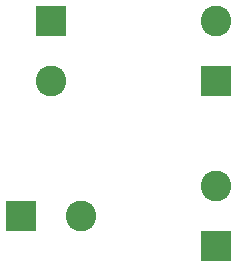
<source format=gts>
%TF.GenerationSoftware,KiCad,Pcbnew,(5.1.12-1-10_14)*%
%TF.CreationDate,2021-12-04T23:40:54+01:00*%
%TF.ProjectId,contraddictionLamp_220Conn,636f6e74-7261-4646-9469-6374696f6e4c,rev?*%
%TF.SameCoordinates,Original*%
%TF.FileFunction,Soldermask,Top*%
%TF.FilePolarity,Negative*%
%FSLAX46Y46*%
G04 Gerber Fmt 4.6, Leading zero omitted, Abs format (unit mm)*
G04 Created by KiCad (PCBNEW (5.1.12-1-10_14)) date 2021-12-04 23:40:54*
%MOMM*%
%LPD*%
G01*
G04 APERTURE LIST*
%ADD10R,2.600000X2.600000*%
%ADD11C,2.600000*%
G04 APERTURE END LIST*
D10*
%TO.C,J1*%
X170434000Y-94742000D03*
D11*
X170434000Y-99822000D03*
%TD*%
%TO.C,J2*%
X172974000Y-111252000D03*
D10*
X167894000Y-111252000D03*
%TD*%
D11*
%TO.C,J3*%
X184404000Y-94742000D03*
D10*
X184404000Y-99822000D03*
%TD*%
%TO.C,J4*%
X184404000Y-113792000D03*
D11*
X184404000Y-108712000D03*
%TD*%
M02*

</source>
